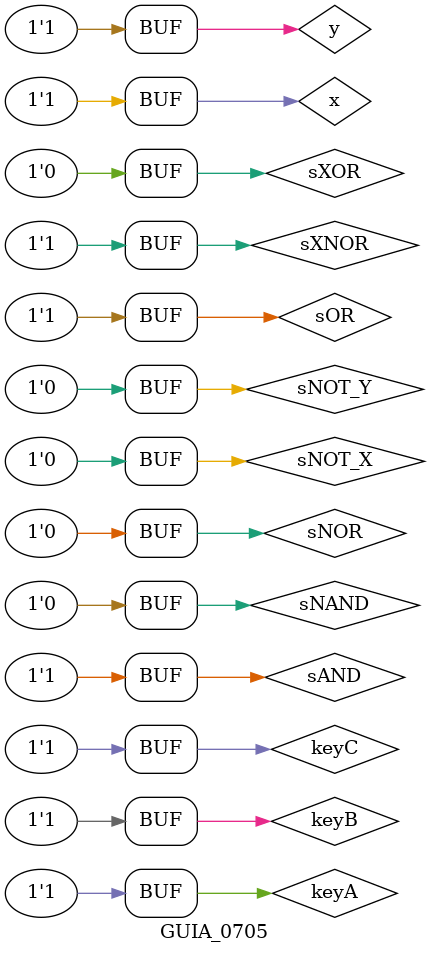
<source format=v>
/**
 * @file Guia_0705.v
 * @author 784778 - Wallace Freitas Oliveira (https://github.com/Olivwallace)
 * @brief Guia 07 Exercicio 05 - Arquitetura de Computadores I (PUC-Minas 1°/2023)
 * @date 19-03-2023
 */

 /*
05.) Projetar e descrever em Verilog, usando portas nativas, uma unidade lógica (LU) com o acréscimo das operações
NOT, AND, NAND, XOR, XNOR, OR, NOR, simultâneas, com apenas 1 saída, selecionável (7x1).
O nome do arquivo deverá ser Guia_0705.v.
Incluir previsão de testes.
Simular o módulo no Logisim e apresentar layout do circuito e subcircuitos.
DICA: Usar um sinal extra de 3 bits para a seleção.
Sobrará uma chave de seleção, e poderá ser empregada para a negação de outro operando.
 */

`timescale 1ps/1ps
`include "MultiMux.v"

module GUIA_0705;

    // ------------------------- Dados
    reg x, y, keyA, keyB, keyC;
    wire sNOT_X, sNOT_Y, sAND, sNAND, sXOR, sXNOR, sOR, sNOR; 
    wire sMUX;

    not A(sNOT_X, x);
    not B(sNOT_Y, y);
    and C(sAND, x, y);
    nand D(sNAND, x, y);
    xor E(sXOR, x, y);
    xnor F(sXNOR, x, y);
    or G(sOR, x, y);
    nor H(sNOR, x, y);


    mux_8x1 MUX(sMUX, sNOT_Y, sNOT_X, sAND, sNAND, sXOR, sXNOR, sOR, sNOR, keyA, keyB, keyC);

    //Inicializacao de Valores
    initial begin
        x=1'b0; y=1'b0; keyA=1'b0; keyB=1'b0; keyC=1'b0;
    end


    // ------------------------- Principal
    initial begin: main;

        $display("Guia_0704 - Teste");
        $display("USANDO 1 MUX 4x1\n(000 - NOT Y | 001 - NOT X | 010 - AND | 011 - NAND | 100 - XOR | 101 - XNOR | 110 - OR | 111 - NOR)\n");
        
        // projetar testes do modulo
        $display("|  x  y  |  KEYS A B C  |  S |");
        $monitor("| %2b %2b  |   %2b %2b %2b   | %2b |", x, y, keyA, keyB, keyC, sMUX);

        //Testes com MUX 000 - NOT Y
        #1 x=1'b0; y=1'b1; keyA=1'b0; keyB=1'b0; keyC=1'b0;
        
        //Testes com MUX 001 - NOT X
        #1 x=1'b0; y=1'b0; keyA=1'b0; keyB=1'b0; keyC=1'b1;
        #1 x=1'b1; y=1'b0; keyA=1'b0; keyB=1'b0; keyC=1'b1;

        //Testes com MUX 010 - AND
        #1 x=1'b0; y=1'b0; keyA=1'b0; keyB=1'b1; keyC=1'b0;
        #1 x=1'b0; y=1'b1; keyA=1'b0; keyB=1'b1; keyC=1'b0;
        #1 x=1'b1; y=1'b0; keyA=1'b0; keyB=1'b1; keyC=1'b0;
        #1 x=1'b1; y=1'b1; keyA=1'b0; keyB=1'b1; keyC=1'b0;

        //Testes com MUX 011 - NAND
        #1 x=1'b0; y=1'b0; keyA=1'b0; keyB=1'b1; keyC=1'b1;
        #1 x=1'b0; y=1'b1; keyA=1'b0; keyB=1'b1; keyC=1'b1;
        #1 x=1'b1; y=1'b0; keyA=1'b0; keyB=1'b1; keyC=1'b1;
        #1 x=1'b1; y=1'b1; keyA=1'b0; keyB=1'b1; keyC=1'b1;

        //Testes com MUX 100 - XOR
        #1 x=1'b0; y=1'b0; keyA=1'b1; keyB=1'b0; keyC=1'b0;
        #1 x=1'b0; y=1'b1; keyA=1'b1; keyB=1'b0; keyC=1'b0;
        #1 x=1'b1; y=1'b0; keyA=1'b1; keyB=1'b0; keyC=1'b0;
        #1 x=1'b1; y=1'b1; keyA=1'b1; keyB=1'b0; keyC=1'b0;

        //Testes com MUX 101 - XNOR
        #1 x=1'b0; y=1'b0; keyA=1'b1; keyB=1'b0; keyC=1'b1;
        #1 x=1'b0; y=1'b1; keyA=1'b1; keyB=1'b0; keyC=1'b1;
        #1 x=1'b1; y=1'b0; keyA=1'b1; keyB=1'b0; keyC=1'b1;
        #1 x=1'b1; y=1'b1; keyA=1'b1; keyB=1'b0; keyC=1'b1;

        //Testes com MUX 110 - OR
        #1 x=1'b0; y=1'b0; keyA=1'b1; keyB=1'b1; keyC=1'b0;
        #1 x=1'b0; y=1'b1; keyA=1'b1; keyB=1'b1; keyC=1'b0;
        #1 x=1'b1; y=1'b0; keyA=1'b1; keyB=1'b1; keyC=1'b0;
        #1 x=1'b1; y=1'b1; keyA=1'b1; keyB=1'b1; keyC=1'b0;

        //Testes com MUX 110 - NOR
        #1 x=1'b0; y=1'b0; keyA=1'b1; keyB=1'b1; keyC=1'b1;
        #1 x=1'b0; y=1'b1; keyA=1'b1; keyB=1'b1; keyC=1'b1;
        #1 x=1'b1; y=1'b0; keyA=1'b1; keyB=1'b1; keyC=1'b1;
        #1 x=1'b1; y=1'b1; keyA=1'b1; keyB=1'b1; keyC=1'b1;

    end //main
endmodule

</source>
